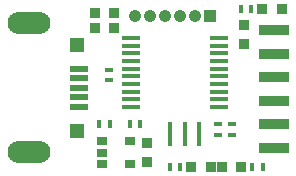
<source format=gbr>
G04 GENERATED BY PULSONIX 7.0 GERBER.DLL 4573*
%INI2C_TO_USB_BRIDGE_V1_0_2*%
%LNGERBER_SOLDERMASK_TOP*%
%FSLAX33Y33*%
%IPPOS*%
%LPD*%
%OFA0B0*%
%MOMM*%
%ADD22C,1.067*%
%ADD115R,0.813X0.864*%
%ADD121R,0.451X0.651*%
%ADD343R,1.251X1.251*%
%ADD5705R,0.451X2.051*%
%ADD6187R,0.864X0.813*%
%ADD6188R,1.496X0.457*%
%ADD6189R,0.953X0.699*%
%ADD6190R,1.551X0.551*%
%ADD6191O,3.651X1.851*%
%AMT6192*0 Rounded Rectangle pad*4,1,32,-0.533,0.381,-0.533,-0.381,-0.530,-0.415,-0.518,-0.447,-0.500,-0.476,-0.476,-0.500,-0.447,-0.518,-0.415,-0.530,-0.381,-0.533,0.381,-0.533,0.415,-0.530,0.447,-0.518,0.476,-0.500,0.500,-0.476,0.518,-0.447,0.530,-0.415,0.533,-0.381,0.533,0.381,0.530,0.415,0.518,0.447,0.500,0.476,0.476,0.500,0.447,0.518,0.415,0.530,0.381,0.533,-0.381,0.533,-0.415,0.530,-0.447,0.518,-0.476,0.500,-0.500,0.476,-0.518,0.447,-0.530,0.415,-0.533,0.381,0*%
%ADD6192T6192*%
%ADD6193R,0.651X0.451*%
%ADD6194R,2.551X0.951*%
X0Y0D02*
D02*
D22*
X127078Y132028D03*
X128348D03*
X129618D03*
X130888D03*
X132158D03*
D02*
D115*
X128053Y119615D03*
Y121240D03*
X136253Y129615D03*
Y131240D03*
D02*
D121*
X124003Y122828D03*
X124903D03*
X126603D03*
X127503D03*
X130003Y119228D03*
X130903D03*
X136003Y132628D03*
X136903D03*
X137003Y119228D03*
X137903D03*
D02*
D343*
X122153Y122278D03*
Y129577D03*
D02*
D5705*
X130053Y122028D03*
X131253D03*
X132453D03*
D02*
D6187*
X123640Y131028D03*
Y132228D03*
X125266Y131028D03*
Y132228D03*
X131840Y119228D03*
X133466D03*
X134440D03*
X136066D03*
X137840Y132628D03*
X139466D03*
D02*
D6188*
X126703Y124308D03*
Y124958D03*
Y125608D03*
Y126258D03*
Y126908D03*
Y127558D03*
Y128208D03*
Y128857D03*
Y129508D03*
Y130158D03*
X134203Y124308D03*
Y124958D03*
Y125608D03*
Y126258D03*
Y126908D03*
Y127558D03*
Y128208D03*
Y128857D03*
Y129508D03*
Y130158D03*
D02*
D6189*
X124259Y119462D03*
Y120428D03*
Y121393D03*
X126647Y119462D03*
Y121393D03*
D02*
D6190*
X122303Y124328D03*
Y125128D03*
Y125928D03*
Y126728D03*
Y127528D03*
D02*
D6191*
X118053Y120478D03*
Y131378D03*
D02*
D6192*
X133428Y132028D03*
D02*
D6193*
X124853Y126578D03*
Y127478D03*
X134053Y121978D03*
Y122878D03*
X135253Y121978D03*
Y122878D03*
D02*
D6194*
X138853Y120828D03*
Y122828D03*
Y124828D03*
Y126828D03*
Y128827D03*
Y130827D03*
X0Y0D02*
M02*

</source>
